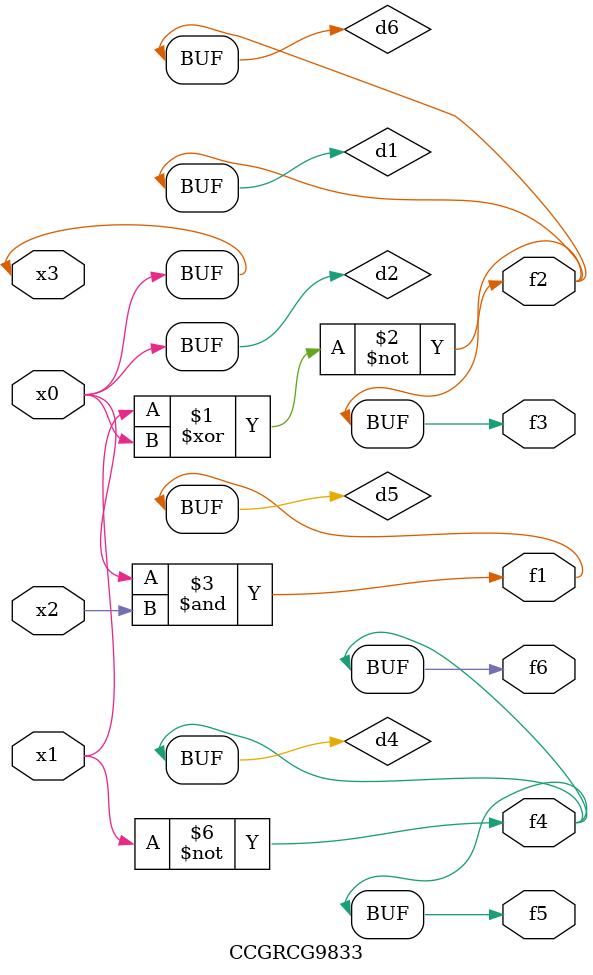
<source format=v>
module CCGRCG9833(
	input x0, x1, x2, x3,
	output f1, f2, f3, f4, f5, f6
);

	wire d1, d2, d3, d4, d5, d6;

	xnor (d1, x1, x3);
	buf (d2, x0, x3);
	nand (d3, x0, x2);
	not (d4, x1);
	nand (d5, d3);
	or (d6, d1);
	assign f1 = d5;
	assign f2 = d6;
	assign f3 = d6;
	assign f4 = d4;
	assign f5 = d4;
	assign f6 = d4;
endmodule

</source>
